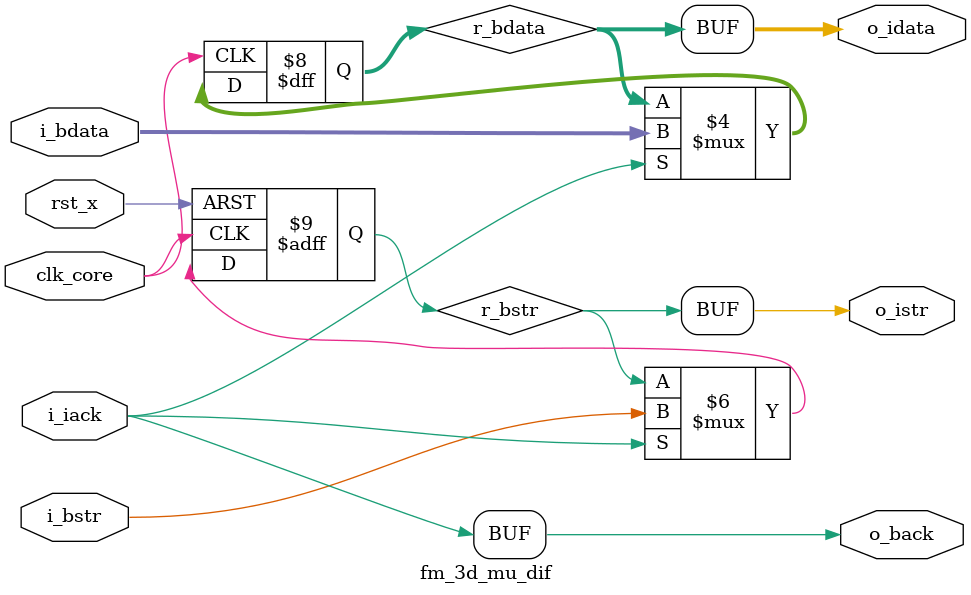
<source format=v>


module fm_3d_mu_dif (
  clk_core,
  rst_x,
  // bus side port
  i_bstr,
  i_bdata,
  o_back,
  // internal port
  o_istr,
  o_idata,
  i_iack
);

parameter P_WIDTH = 36;
////////////////////////////
// I/O definitions
////////////////////////////
input         i_bstr;         // input strobe
input  [P_WIDTH-1:0]
              i_bdata;        // input data (Write Data + BE)
output        o_back;         // output acknowledge

output        o_istr;         // output strobe
output [P_WIDTH-1:0]
              o_idata;        // output data
input         i_iack;         // input acknowledge

input         clk_core;            // system clock
input         rst_x;          // system reset

/////////////////////////
//  register definition
/////////////////////////
// input register
reg           r_bstr;
reg    [P_WIDTH-1:0]
              r_bdata;

/////////////////////////
//  wire definition
/////////////////////////
/////////////////////////
//  assign statement
/////////////////////////
assign o_istr = r_bstr;
assign o_idata = r_bdata;
assign o_back = i_iack;
/////////////////////////
//  always statement
/////////////////////////
always @(posedge clk_core or negedge rst_x) begin
  if (~rst_x) begin
    r_bstr <= 1'b0;
  end else begin
    if (i_iack) r_bstr <= i_bstr;
  end
end

always @(posedge clk_core) begin
  if (i_iack) r_bdata <= i_bdata;
end

endmodule



</source>
